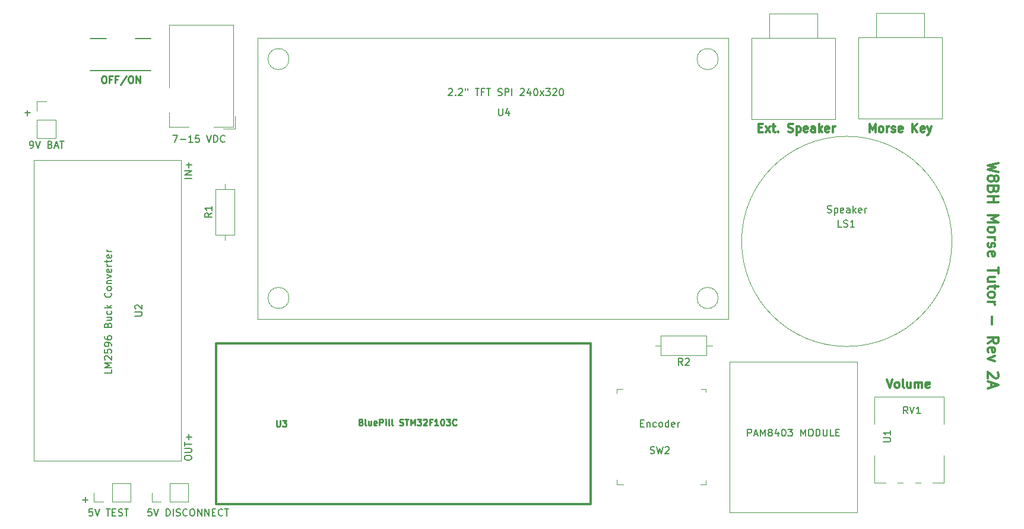
<source format=gbr>
G04 #@! TF.GenerationSoftware,KiCad,Pcbnew,(5.1.4)-1*
G04 #@! TF.CreationDate,2019-10-03T04:56:42-04:00*
G04 #@! TF.ProjectId,MorseTutor1,4d6f7273-6554-4757-946f-72312e6b6963,rev?*
G04 #@! TF.SameCoordinates,Original*
G04 #@! TF.FileFunction,Legend,Top*
G04 #@! TF.FilePolarity,Positive*
%FSLAX46Y46*%
G04 Gerber Fmt 4.6, Leading zero omitted, Abs format (unit mm)*
G04 Created by KiCad (PCBNEW (5.1.4)-1) date 2019-10-03 04:56:42*
%MOMM*%
%LPD*%
G04 APERTURE LIST*
%ADD10C,0.300000*%
%ADD11C,0.150000*%
%ADD12C,0.304800*%
%ADD13C,0.100000*%
%ADD14C,0.120000*%
%ADD15C,0.222250*%
%ADD16C,0.250000*%
G04 APERTURE END LIST*
D10*
X159385714Y-83842857D02*
X159785714Y-85042857D01*
X160185714Y-83842857D01*
X160757142Y-85042857D02*
X160642857Y-84985714D01*
X160585714Y-84928571D01*
X160528571Y-84814285D01*
X160528571Y-84471428D01*
X160585714Y-84357142D01*
X160642857Y-84300000D01*
X160757142Y-84242857D01*
X160928571Y-84242857D01*
X161042857Y-84300000D01*
X161100000Y-84357142D01*
X161157142Y-84471428D01*
X161157142Y-84814285D01*
X161100000Y-84928571D01*
X161042857Y-84985714D01*
X160928571Y-85042857D01*
X160757142Y-85042857D01*
X161842857Y-85042857D02*
X161728571Y-84985714D01*
X161671428Y-84871428D01*
X161671428Y-83842857D01*
X162814285Y-84242857D02*
X162814285Y-85042857D01*
X162300000Y-84242857D02*
X162300000Y-84871428D01*
X162357142Y-84985714D01*
X162471428Y-85042857D01*
X162642857Y-85042857D01*
X162757142Y-84985714D01*
X162814285Y-84928571D01*
X163385714Y-85042857D02*
X163385714Y-84242857D01*
X163385714Y-84357142D02*
X163442857Y-84300000D01*
X163557142Y-84242857D01*
X163728571Y-84242857D01*
X163842857Y-84300000D01*
X163900000Y-84414285D01*
X163900000Y-85042857D01*
X163900000Y-84414285D02*
X163957142Y-84300000D01*
X164071428Y-84242857D01*
X164242857Y-84242857D01*
X164357142Y-84300000D01*
X164414285Y-84414285D01*
X164414285Y-85042857D01*
X165442857Y-84985714D02*
X165328571Y-85042857D01*
X165100000Y-85042857D01*
X164985714Y-84985714D01*
X164928571Y-84871428D01*
X164928571Y-84414285D01*
X164985714Y-84300000D01*
X165100000Y-84242857D01*
X165328571Y-84242857D01*
X165442857Y-84300000D01*
X165500000Y-84414285D01*
X165500000Y-84528571D01*
X164928571Y-84642857D01*
X175321428Y-52928571D02*
X173821428Y-53285714D01*
X174892857Y-53571428D01*
X173821428Y-53857142D01*
X175321428Y-54214285D01*
X174678571Y-55000000D02*
X174750000Y-54857142D01*
X174821428Y-54785714D01*
X174964285Y-54714285D01*
X175035714Y-54714285D01*
X175178571Y-54785714D01*
X175250000Y-54857142D01*
X175321428Y-55000000D01*
X175321428Y-55285714D01*
X175250000Y-55428571D01*
X175178571Y-55500000D01*
X175035714Y-55571428D01*
X174964285Y-55571428D01*
X174821428Y-55500000D01*
X174750000Y-55428571D01*
X174678571Y-55285714D01*
X174678571Y-55000000D01*
X174607142Y-54857142D01*
X174535714Y-54785714D01*
X174392857Y-54714285D01*
X174107142Y-54714285D01*
X173964285Y-54785714D01*
X173892857Y-54857142D01*
X173821428Y-55000000D01*
X173821428Y-55285714D01*
X173892857Y-55428571D01*
X173964285Y-55500000D01*
X174107142Y-55571428D01*
X174392857Y-55571428D01*
X174535714Y-55500000D01*
X174607142Y-55428571D01*
X174678571Y-55285714D01*
X174607142Y-56714285D02*
X174535714Y-56928571D01*
X174464285Y-57000000D01*
X174321428Y-57071428D01*
X174107142Y-57071428D01*
X173964285Y-57000000D01*
X173892857Y-56928571D01*
X173821428Y-56785714D01*
X173821428Y-56214285D01*
X175321428Y-56214285D01*
X175321428Y-56714285D01*
X175250000Y-56857142D01*
X175178571Y-56928571D01*
X175035714Y-57000000D01*
X174892857Y-57000000D01*
X174750000Y-56928571D01*
X174678571Y-56857142D01*
X174607142Y-56714285D01*
X174607142Y-56214285D01*
X173821428Y-57714285D02*
X175321428Y-57714285D01*
X174607142Y-57714285D02*
X174607142Y-58571428D01*
X173821428Y-58571428D02*
X175321428Y-58571428D01*
X173821428Y-60428571D02*
X175321428Y-60428571D01*
X174250000Y-60928571D01*
X175321428Y-61428571D01*
X173821428Y-61428571D01*
X173821428Y-62357142D02*
X173892857Y-62214285D01*
X173964285Y-62142857D01*
X174107142Y-62071428D01*
X174535714Y-62071428D01*
X174678571Y-62142857D01*
X174750000Y-62214285D01*
X174821428Y-62357142D01*
X174821428Y-62571428D01*
X174750000Y-62714285D01*
X174678571Y-62785714D01*
X174535714Y-62857142D01*
X174107142Y-62857142D01*
X173964285Y-62785714D01*
X173892857Y-62714285D01*
X173821428Y-62571428D01*
X173821428Y-62357142D01*
X173821428Y-63500000D02*
X174821428Y-63500000D01*
X174535714Y-63500000D02*
X174678571Y-63571428D01*
X174750000Y-63642857D01*
X174821428Y-63785714D01*
X174821428Y-63928571D01*
X173892857Y-64357142D02*
X173821428Y-64500000D01*
X173821428Y-64785714D01*
X173892857Y-64928571D01*
X174035714Y-65000000D01*
X174107142Y-65000000D01*
X174250000Y-64928571D01*
X174321428Y-64785714D01*
X174321428Y-64571428D01*
X174392857Y-64428571D01*
X174535714Y-64357142D01*
X174607142Y-64357142D01*
X174750000Y-64428571D01*
X174821428Y-64571428D01*
X174821428Y-64785714D01*
X174750000Y-64928571D01*
X173892857Y-66214285D02*
X173821428Y-66071428D01*
X173821428Y-65785714D01*
X173892857Y-65642857D01*
X174035714Y-65571428D01*
X174607142Y-65571428D01*
X174750000Y-65642857D01*
X174821428Y-65785714D01*
X174821428Y-66071428D01*
X174750000Y-66214285D01*
X174607142Y-66285714D01*
X174464285Y-66285714D01*
X174321428Y-65571428D01*
X175321428Y-67857142D02*
X175321428Y-68714285D01*
X173821428Y-68285714D02*
X175321428Y-68285714D01*
X174821428Y-69857142D02*
X173821428Y-69857142D01*
X174821428Y-69214285D02*
X174035714Y-69214285D01*
X173892857Y-69285714D01*
X173821428Y-69428571D01*
X173821428Y-69642857D01*
X173892857Y-69785714D01*
X173964285Y-69857142D01*
X174821428Y-70357142D02*
X174821428Y-70928571D01*
X175321428Y-70571428D02*
X174035714Y-70571428D01*
X173892857Y-70642857D01*
X173821428Y-70785714D01*
X173821428Y-70928571D01*
X173821428Y-71642857D02*
X173892857Y-71500000D01*
X173964285Y-71428571D01*
X174107142Y-71357142D01*
X174535714Y-71357142D01*
X174678571Y-71428571D01*
X174750000Y-71500000D01*
X174821428Y-71642857D01*
X174821428Y-71857142D01*
X174750000Y-72000000D01*
X174678571Y-72071428D01*
X174535714Y-72142857D01*
X174107142Y-72142857D01*
X173964285Y-72071428D01*
X173892857Y-72000000D01*
X173821428Y-71857142D01*
X173821428Y-71642857D01*
X173821428Y-72785714D02*
X174821428Y-72785714D01*
X174535714Y-72785714D02*
X174678571Y-72857142D01*
X174750000Y-72928571D01*
X174821428Y-73071428D01*
X174821428Y-73214285D01*
X174392857Y-74857142D02*
X174392857Y-76000000D01*
X173821428Y-78714285D02*
X174535714Y-78214285D01*
X173821428Y-77857142D02*
X175321428Y-77857142D01*
X175321428Y-78428571D01*
X175250000Y-78571428D01*
X175178571Y-78642857D01*
X175035714Y-78714285D01*
X174821428Y-78714285D01*
X174678571Y-78642857D01*
X174607142Y-78571428D01*
X174535714Y-78428571D01*
X174535714Y-77857142D01*
X173892857Y-79928571D02*
X173821428Y-79785714D01*
X173821428Y-79500000D01*
X173892857Y-79357142D01*
X174035714Y-79285714D01*
X174607142Y-79285714D01*
X174750000Y-79357142D01*
X174821428Y-79500000D01*
X174821428Y-79785714D01*
X174750000Y-79928571D01*
X174607142Y-80000000D01*
X174464285Y-80000000D01*
X174321428Y-79285714D01*
X174821428Y-80500000D02*
X173821428Y-80857142D01*
X174821428Y-81214285D01*
X175178571Y-82857142D02*
X175250000Y-82928571D01*
X175321428Y-83071428D01*
X175321428Y-83428571D01*
X175250000Y-83571428D01*
X175178571Y-83642857D01*
X175035714Y-83714285D01*
X174892857Y-83714285D01*
X174678571Y-83642857D01*
X173821428Y-82785714D01*
X173821428Y-83714285D01*
X174250000Y-84285714D02*
X174250000Y-85000000D01*
X173821428Y-84142857D02*
X175321428Y-84642857D01*
X173821428Y-85142857D01*
D11*
X45465952Y-101036428D02*
X44704047Y-101036428D01*
X45085000Y-101417380D02*
X45085000Y-100655476D01*
X37210952Y-45791428D02*
X36449047Y-45791428D01*
X36830000Y-46172380D02*
X36830000Y-45410476D01*
D12*
X117140000Y-78660000D02*
X117140000Y-101660000D01*
X63740000Y-78660000D02*
X117140000Y-78660000D01*
X63740000Y-101660000D02*
X63740000Y-78660000D01*
X117140000Y-101660000D02*
X63740000Y-101660000D01*
D13*
X142650000Y-31600000D02*
X142650000Y-35100000D01*
X149450000Y-31600000D02*
X142650000Y-31600000D01*
X149450000Y-35100000D02*
X149450000Y-31600000D01*
X140050000Y-46700000D02*
X140050000Y-35100000D01*
X152050000Y-46700000D02*
X140050000Y-46700000D01*
X152050000Y-35100000D02*
X152050000Y-46700000D01*
X152050000Y-35100000D02*
X140050000Y-35100000D01*
X157890000Y-31500000D02*
X157890000Y-35000000D01*
X164690000Y-31500000D02*
X157890000Y-31500000D01*
X164690000Y-35000000D02*
X164690000Y-31500000D01*
X155290000Y-46600000D02*
X155290000Y-35000000D01*
X167290000Y-46600000D02*
X155290000Y-46600000D01*
X167290000Y-35000000D02*
X167290000Y-46600000D01*
X167290000Y-35000000D02*
X155290000Y-35000000D01*
X155150000Y-102825000D02*
X136950000Y-102825000D01*
X155150000Y-81325000D02*
X155150000Y-102825000D01*
X136950000Y-81325000D02*
X155150000Y-81325000D01*
X136950000Y-102825000D02*
X136950000Y-81325000D01*
D14*
X56995000Y-42190000D02*
X56995000Y-33190000D01*
X56995000Y-33190000D02*
X66195000Y-33190000D01*
X66195000Y-33190000D02*
X66195000Y-47790000D01*
X66195000Y-47790000D02*
X63395000Y-47790000D01*
X59795000Y-47790000D02*
X56995000Y-47790000D01*
X56995000Y-47790000D02*
X56995000Y-45790000D01*
X66435000Y-46290000D02*
X66435000Y-48030000D01*
X66435000Y-48030000D02*
X64695000Y-48030000D01*
X63630000Y-63190000D02*
X66370000Y-63190000D01*
X66370000Y-63190000D02*
X66370000Y-56650000D01*
X66370000Y-56650000D02*
X63630000Y-56650000D01*
X63630000Y-56650000D02*
X63630000Y-63190000D01*
X65000000Y-63960000D02*
X65000000Y-63190000D01*
X65000000Y-55880000D02*
X65000000Y-56650000D01*
X126380000Y-79000000D02*
X127150000Y-79000000D01*
X134460000Y-79000000D02*
X133690000Y-79000000D01*
X127150000Y-80370000D02*
X133690000Y-80370000D01*
X127150000Y-77630000D02*
X127150000Y-80370000D01*
X133690000Y-77630000D02*
X127150000Y-77630000D01*
X133690000Y-80370000D02*
X133690000Y-77630000D01*
D11*
X54370000Y-39765000D02*
X45770000Y-39765000D01*
X54370000Y-35165000D02*
X52170000Y-35165000D01*
X48070000Y-35165000D02*
X45770000Y-35165000D01*
D14*
X46295000Y-101330000D02*
X46295000Y-100000000D01*
X47625000Y-101330000D02*
X46295000Y-101330000D01*
X48895000Y-101330000D02*
X48895000Y-98670000D01*
X48895000Y-98670000D02*
X51495000Y-98670000D01*
X48895000Y-101330000D02*
X51495000Y-101330000D01*
X51495000Y-101330000D02*
X51495000Y-98670000D01*
X59750000Y-101330000D02*
X59750000Y-98670000D01*
X57150000Y-101330000D02*
X59750000Y-101330000D01*
X57150000Y-98670000D02*
X59750000Y-98670000D01*
X57150000Y-101330000D02*
X57150000Y-98670000D01*
X55880000Y-101330000D02*
X54550000Y-101330000D01*
X54550000Y-101330000D02*
X54550000Y-100000000D01*
X38170000Y-49370000D02*
X40830000Y-49370000D01*
X38170000Y-46770000D02*
X38170000Y-49370000D01*
X40830000Y-46770000D02*
X40830000Y-49370000D01*
X38170000Y-46770000D02*
X40830000Y-46770000D01*
X38170000Y-45500000D02*
X38170000Y-44170000D01*
X38170000Y-44170000D02*
X39500000Y-44170000D01*
D13*
X121775000Y-98825000D02*
X120825000Y-98825000D01*
X120825000Y-98825000D02*
X120825000Y-98150000D01*
X121675000Y-85175000D02*
X120825000Y-85175000D01*
X120825000Y-85175000D02*
X120825000Y-85850000D01*
X133575000Y-98250000D02*
X133575000Y-98825000D01*
X133575000Y-98825000D02*
X132775000Y-98825000D01*
X132875000Y-85175000D02*
X133575000Y-85175000D01*
X133575000Y-85175000D02*
X133575000Y-85675000D01*
X168670000Y-64135000D02*
G75*
G03X168670000Y-64135000I-15000000J0D01*
G01*
X58760000Y-52500000D02*
X58760000Y-95500000D01*
X58760000Y-95500000D02*
X37760000Y-95500000D01*
X37760000Y-95500000D02*
X37760000Y-52500000D01*
X37760000Y-52500000D02*
X58760000Y-52500000D01*
X69620000Y-35110000D02*
X136820000Y-35110000D01*
X136820000Y-35110000D02*
X136820000Y-75210000D01*
X136820000Y-75210000D02*
X69620000Y-75210000D01*
X69620000Y-75210000D02*
X69620000Y-35110000D01*
X74120000Y-38110000D02*
G75*
G03X74120000Y-38110000I-1500000J0D01*
G01*
X74120000Y-72210000D02*
G75*
G03X74120000Y-72210000I-1500000J0D01*
G01*
X135320000Y-38110000D02*
G75*
G03X135320000Y-38110000I-1500000J0D01*
G01*
X135320000Y-72210000D02*
G75*
G03X135320000Y-72210000I-1500000J0D01*
G01*
D14*
X157590000Y-98595000D02*
X157590000Y-94730000D01*
X157590000Y-90220000D02*
X157590000Y-86355000D01*
X167530000Y-98595000D02*
X167530000Y-94730000D01*
X167530000Y-90220000D02*
X167530000Y-86355000D01*
X157590000Y-98595000D02*
X159189000Y-98595000D01*
X160931000Y-98595000D02*
X161690000Y-98595000D01*
X163431000Y-98595000D02*
X164190000Y-98595000D01*
X165930000Y-98595000D02*
X167530000Y-98595000D01*
X157590000Y-86355000D02*
X167530000Y-86355000D01*
D11*
D15*
X72347666Y-89683166D02*
X72347666Y-90402833D01*
X72390000Y-90487500D01*
X72432333Y-90529833D01*
X72517000Y-90572166D01*
X72686333Y-90572166D01*
X72771000Y-90529833D01*
X72813333Y-90487500D01*
X72855666Y-90402833D01*
X72855666Y-89683166D01*
X73194333Y-89683166D02*
X73744666Y-89683166D01*
X73448333Y-90021833D01*
X73575333Y-90021833D01*
X73660000Y-90064166D01*
X73702333Y-90106500D01*
X73744666Y-90191166D01*
X73744666Y-90402833D01*
X73702333Y-90487500D01*
X73660000Y-90529833D01*
X73575333Y-90572166D01*
X73321333Y-90572166D01*
X73236666Y-90529833D01*
X73194333Y-90487500D01*
D12*
D15*
X84374833Y-89936500D02*
X84501833Y-89978833D01*
X84544166Y-90021166D01*
X84586500Y-90105833D01*
X84586500Y-90232833D01*
X84544166Y-90317500D01*
X84501833Y-90359833D01*
X84417166Y-90402166D01*
X84078500Y-90402166D01*
X84078500Y-89513166D01*
X84374833Y-89513166D01*
X84459500Y-89555500D01*
X84501833Y-89597833D01*
X84544166Y-89682500D01*
X84544166Y-89767166D01*
X84501833Y-89851833D01*
X84459500Y-89894166D01*
X84374833Y-89936500D01*
X84078500Y-89936500D01*
X85094500Y-90402166D02*
X85009833Y-90359833D01*
X84967500Y-90275166D01*
X84967500Y-89513166D01*
X85814166Y-89809500D02*
X85814166Y-90402166D01*
X85433166Y-89809500D02*
X85433166Y-90275166D01*
X85475500Y-90359833D01*
X85560166Y-90402166D01*
X85687166Y-90402166D01*
X85771833Y-90359833D01*
X85814166Y-90317500D01*
X86576166Y-90359833D02*
X86491500Y-90402166D01*
X86322166Y-90402166D01*
X86237500Y-90359833D01*
X86195166Y-90275166D01*
X86195166Y-89936500D01*
X86237500Y-89851833D01*
X86322166Y-89809500D01*
X86491500Y-89809500D01*
X86576166Y-89851833D01*
X86618500Y-89936500D01*
X86618500Y-90021166D01*
X86195166Y-90105833D01*
X86999500Y-90402166D02*
X86999500Y-89513166D01*
X87338166Y-89513166D01*
X87422833Y-89555500D01*
X87465166Y-89597833D01*
X87507500Y-89682500D01*
X87507500Y-89809500D01*
X87465166Y-89894166D01*
X87422833Y-89936500D01*
X87338166Y-89978833D01*
X86999500Y-89978833D01*
X87888500Y-90402166D02*
X87888500Y-89809500D01*
X87888500Y-89513166D02*
X87846166Y-89555500D01*
X87888500Y-89597833D01*
X87930833Y-89555500D01*
X87888500Y-89513166D01*
X87888500Y-89597833D01*
X88438833Y-90402166D02*
X88354166Y-90359833D01*
X88311833Y-90275166D01*
X88311833Y-89513166D01*
X88904500Y-90402166D02*
X88819833Y-90359833D01*
X88777500Y-90275166D01*
X88777500Y-89513166D01*
X89878166Y-90359833D02*
X90005166Y-90402166D01*
X90216833Y-90402166D01*
X90301500Y-90359833D01*
X90343833Y-90317500D01*
X90386166Y-90232833D01*
X90386166Y-90148166D01*
X90343833Y-90063500D01*
X90301500Y-90021166D01*
X90216833Y-89978833D01*
X90047500Y-89936500D01*
X89962833Y-89894166D01*
X89920500Y-89851833D01*
X89878166Y-89767166D01*
X89878166Y-89682500D01*
X89920500Y-89597833D01*
X89962833Y-89555500D01*
X90047500Y-89513166D01*
X90259166Y-89513166D01*
X90386166Y-89555500D01*
X90640166Y-89513166D02*
X91148166Y-89513166D01*
X90894166Y-90402166D02*
X90894166Y-89513166D01*
X91444500Y-90402166D02*
X91444500Y-89513166D01*
X91740833Y-90148166D01*
X92037166Y-89513166D01*
X92037166Y-90402166D01*
X92375833Y-89513166D02*
X92926166Y-89513166D01*
X92629833Y-89851833D01*
X92756833Y-89851833D01*
X92841500Y-89894166D01*
X92883833Y-89936500D01*
X92926166Y-90021166D01*
X92926166Y-90232833D01*
X92883833Y-90317500D01*
X92841500Y-90359833D01*
X92756833Y-90402166D01*
X92502833Y-90402166D01*
X92418166Y-90359833D01*
X92375833Y-90317500D01*
X93264833Y-89597833D02*
X93307166Y-89555500D01*
X93391833Y-89513166D01*
X93603500Y-89513166D01*
X93688166Y-89555500D01*
X93730500Y-89597833D01*
X93772833Y-89682500D01*
X93772833Y-89767166D01*
X93730500Y-89894166D01*
X93222500Y-90402166D01*
X93772833Y-90402166D01*
X94450166Y-89936500D02*
X94153833Y-89936500D01*
X94153833Y-90402166D02*
X94153833Y-89513166D01*
X94577166Y-89513166D01*
X95381500Y-90402166D02*
X94873500Y-90402166D01*
X95127500Y-90402166D02*
X95127500Y-89513166D01*
X95042833Y-89640166D01*
X94958166Y-89724833D01*
X94873500Y-89767166D01*
X95931833Y-89513166D02*
X96016500Y-89513166D01*
X96101166Y-89555500D01*
X96143500Y-89597833D01*
X96185833Y-89682500D01*
X96228166Y-89851833D01*
X96228166Y-90063500D01*
X96185833Y-90232833D01*
X96143500Y-90317500D01*
X96101166Y-90359833D01*
X96016500Y-90402166D01*
X95931833Y-90402166D01*
X95847166Y-90359833D01*
X95804833Y-90317500D01*
X95762500Y-90232833D01*
X95720166Y-90063500D01*
X95720166Y-89851833D01*
X95762500Y-89682500D01*
X95804833Y-89597833D01*
X95847166Y-89555500D01*
X95931833Y-89513166D01*
X96524500Y-89513166D02*
X97074833Y-89513166D01*
X96778500Y-89851833D01*
X96905500Y-89851833D01*
X96990166Y-89894166D01*
X97032500Y-89936500D01*
X97074833Y-90021166D01*
X97074833Y-90232833D01*
X97032500Y-90317500D01*
X96990166Y-90359833D01*
X96905500Y-90402166D01*
X96651500Y-90402166D01*
X96566833Y-90359833D01*
X96524500Y-90317500D01*
X97963833Y-90317500D02*
X97921500Y-90359833D01*
X97794500Y-90402166D01*
X97709833Y-90402166D01*
X97582833Y-90359833D01*
X97498166Y-90275166D01*
X97455833Y-90190500D01*
X97413500Y-90021166D01*
X97413500Y-89894166D01*
X97455833Y-89724833D01*
X97498166Y-89640166D01*
X97582833Y-89555500D01*
X97709833Y-89513166D01*
X97794500Y-89513166D01*
X97921500Y-89555500D01*
X97963833Y-89597833D01*
D11*
D10*
X141128571Y-47914285D02*
X141528571Y-47914285D01*
X141700000Y-48542857D02*
X141128571Y-48542857D01*
X141128571Y-47342857D01*
X141700000Y-47342857D01*
X142100000Y-48542857D02*
X142728571Y-47742857D01*
X142100000Y-47742857D02*
X142728571Y-48542857D01*
X143014285Y-47742857D02*
X143471428Y-47742857D01*
X143185714Y-47342857D02*
X143185714Y-48371428D01*
X143242857Y-48485714D01*
X143357142Y-48542857D01*
X143471428Y-48542857D01*
X143871428Y-48428571D02*
X143928571Y-48485714D01*
X143871428Y-48542857D01*
X143814285Y-48485714D01*
X143871428Y-48428571D01*
X143871428Y-48542857D01*
X145300000Y-48485714D02*
X145471428Y-48542857D01*
X145757142Y-48542857D01*
X145871428Y-48485714D01*
X145928571Y-48428571D01*
X145985714Y-48314285D01*
X145985714Y-48200000D01*
X145928571Y-48085714D01*
X145871428Y-48028571D01*
X145757142Y-47971428D01*
X145528571Y-47914285D01*
X145414285Y-47857142D01*
X145357142Y-47800000D01*
X145300000Y-47685714D01*
X145300000Y-47571428D01*
X145357142Y-47457142D01*
X145414285Y-47400000D01*
X145528571Y-47342857D01*
X145814285Y-47342857D01*
X145985714Y-47400000D01*
X146500000Y-47742857D02*
X146500000Y-48942857D01*
X146500000Y-47800000D02*
X146614285Y-47742857D01*
X146842857Y-47742857D01*
X146957142Y-47800000D01*
X147014285Y-47857142D01*
X147071428Y-47971428D01*
X147071428Y-48314285D01*
X147014285Y-48428571D01*
X146957142Y-48485714D01*
X146842857Y-48542857D01*
X146614285Y-48542857D01*
X146500000Y-48485714D01*
X148042857Y-48485714D02*
X147928571Y-48542857D01*
X147700000Y-48542857D01*
X147585714Y-48485714D01*
X147528571Y-48371428D01*
X147528571Y-47914285D01*
X147585714Y-47800000D01*
X147700000Y-47742857D01*
X147928571Y-47742857D01*
X148042857Y-47800000D01*
X148100000Y-47914285D01*
X148100000Y-48028571D01*
X147528571Y-48142857D01*
X149128571Y-48542857D02*
X149128571Y-47914285D01*
X149071428Y-47800000D01*
X148957142Y-47742857D01*
X148728571Y-47742857D01*
X148614285Y-47800000D01*
X149128571Y-48485714D02*
X149014285Y-48542857D01*
X148728571Y-48542857D01*
X148614285Y-48485714D01*
X148557142Y-48371428D01*
X148557142Y-48257142D01*
X148614285Y-48142857D01*
X148728571Y-48085714D01*
X149014285Y-48085714D01*
X149128571Y-48028571D01*
X149700000Y-48542857D02*
X149700000Y-47342857D01*
X149814285Y-48085714D02*
X150157142Y-48542857D01*
X150157142Y-47742857D02*
X149700000Y-48200000D01*
X151128571Y-48485714D02*
X151014285Y-48542857D01*
X150785714Y-48542857D01*
X150671428Y-48485714D01*
X150614285Y-48371428D01*
X150614285Y-47914285D01*
X150671428Y-47800000D01*
X150785714Y-47742857D01*
X151014285Y-47742857D01*
X151128571Y-47800000D01*
X151185714Y-47914285D01*
X151185714Y-48028571D01*
X150614285Y-48142857D01*
X151700000Y-48542857D02*
X151700000Y-47742857D01*
X151700000Y-47971428D02*
X151757142Y-47857142D01*
X151814285Y-47800000D01*
X151928571Y-47742857D01*
X152042857Y-47742857D01*
X156947142Y-48542857D02*
X156947142Y-47342857D01*
X157347142Y-48200000D01*
X157747142Y-47342857D01*
X157747142Y-48542857D01*
X158490000Y-48542857D02*
X158375714Y-48485714D01*
X158318571Y-48428571D01*
X158261428Y-48314285D01*
X158261428Y-47971428D01*
X158318571Y-47857142D01*
X158375714Y-47800000D01*
X158490000Y-47742857D01*
X158661428Y-47742857D01*
X158775714Y-47800000D01*
X158832857Y-47857142D01*
X158890000Y-47971428D01*
X158890000Y-48314285D01*
X158832857Y-48428571D01*
X158775714Y-48485714D01*
X158661428Y-48542857D01*
X158490000Y-48542857D01*
X159404285Y-48542857D02*
X159404285Y-47742857D01*
X159404285Y-47971428D02*
X159461428Y-47857142D01*
X159518571Y-47800000D01*
X159632857Y-47742857D01*
X159747142Y-47742857D01*
X160090000Y-48485714D02*
X160204285Y-48542857D01*
X160432857Y-48542857D01*
X160547142Y-48485714D01*
X160604285Y-48371428D01*
X160604285Y-48314285D01*
X160547142Y-48200000D01*
X160432857Y-48142857D01*
X160261428Y-48142857D01*
X160147142Y-48085714D01*
X160090000Y-47971428D01*
X160090000Y-47914285D01*
X160147142Y-47800000D01*
X160261428Y-47742857D01*
X160432857Y-47742857D01*
X160547142Y-47800000D01*
X161575714Y-48485714D02*
X161461428Y-48542857D01*
X161232857Y-48542857D01*
X161118571Y-48485714D01*
X161061428Y-48371428D01*
X161061428Y-47914285D01*
X161118571Y-47800000D01*
X161232857Y-47742857D01*
X161461428Y-47742857D01*
X161575714Y-47800000D01*
X161632857Y-47914285D01*
X161632857Y-48028571D01*
X161061428Y-48142857D01*
X163061428Y-48542857D02*
X163061428Y-47342857D01*
X163747142Y-48542857D02*
X163232857Y-47857142D01*
X163747142Y-47342857D02*
X163061428Y-48028571D01*
X164718571Y-48485714D02*
X164604285Y-48542857D01*
X164375714Y-48542857D01*
X164261428Y-48485714D01*
X164204285Y-48371428D01*
X164204285Y-47914285D01*
X164261428Y-47800000D01*
X164375714Y-47742857D01*
X164604285Y-47742857D01*
X164718571Y-47800000D01*
X164775714Y-47914285D01*
X164775714Y-48028571D01*
X164204285Y-48142857D01*
X165175714Y-47742857D02*
X165461428Y-48542857D01*
X165747142Y-47742857D02*
X165461428Y-48542857D01*
X165347142Y-48828571D01*
X165290000Y-48885714D01*
X165175714Y-48942857D01*
D11*
X158902380Y-92736904D02*
X159711904Y-92736904D01*
X159807142Y-92689285D01*
X159854761Y-92641666D01*
X159902380Y-92546428D01*
X159902380Y-92355952D01*
X159854761Y-92260714D01*
X159807142Y-92213095D01*
X159711904Y-92165476D01*
X158902380Y-92165476D01*
X159902380Y-91165476D02*
X159902380Y-91736904D01*
X159902380Y-91451190D02*
X158902380Y-91451190D01*
X159045238Y-91546428D01*
X159140476Y-91641666D01*
X159188095Y-91736904D01*
X139526190Y-91937380D02*
X139526190Y-90937380D01*
X139907142Y-90937380D01*
X140002380Y-90985000D01*
X140050000Y-91032619D01*
X140097619Y-91127857D01*
X140097619Y-91270714D01*
X140050000Y-91365952D01*
X140002380Y-91413571D01*
X139907142Y-91461190D01*
X139526190Y-91461190D01*
X140478571Y-91651666D02*
X140954761Y-91651666D01*
X140383333Y-91937380D02*
X140716666Y-90937380D01*
X141050000Y-91937380D01*
X141383333Y-91937380D02*
X141383333Y-90937380D01*
X141716666Y-91651666D01*
X142050000Y-90937380D01*
X142050000Y-91937380D01*
X142669047Y-91365952D02*
X142573809Y-91318333D01*
X142526190Y-91270714D01*
X142478571Y-91175476D01*
X142478571Y-91127857D01*
X142526190Y-91032619D01*
X142573809Y-90985000D01*
X142669047Y-90937380D01*
X142859523Y-90937380D01*
X142954761Y-90985000D01*
X143002380Y-91032619D01*
X143050000Y-91127857D01*
X143050000Y-91175476D01*
X143002380Y-91270714D01*
X142954761Y-91318333D01*
X142859523Y-91365952D01*
X142669047Y-91365952D01*
X142573809Y-91413571D01*
X142526190Y-91461190D01*
X142478571Y-91556428D01*
X142478571Y-91746904D01*
X142526190Y-91842142D01*
X142573809Y-91889761D01*
X142669047Y-91937380D01*
X142859523Y-91937380D01*
X142954761Y-91889761D01*
X143002380Y-91842142D01*
X143050000Y-91746904D01*
X143050000Y-91556428D01*
X143002380Y-91461190D01*
X142954761Y-91413571D01*
X142859523Y-91365952D01*
X143907142Y-91270714D02*
X143907142Y-91937380D01*
X143669047Y-90889761D02*
X143430952Y-91604047D01*
X144050000Y-91604047D01*
X144621428Y-90937380D02*
X144716666Y-90937380D01*
X144811904Y-90985000D01*
X144859523Y-91032619D01*
X144907142Y-91127857D01*
X144954761Y-91318333D01*
X144954761Y-91556428D01*
X144907142Y-91746904D01*
X144859523Y-91842142D01*
X144811904Y-91889761D01*
X144716666Y-91937380D01*
X144621428Y-91937380D01*
X144526190Y-91889761D01*
X144478571Y-91842142D01*
X144430952Y-91746904D01*
X144383333Y-91556428D01*
X144383333Y-91318333D01*
X144430952Y-91127857D01*
X144478571Y-91032619D01*
X144526190Y-90985000D01*
X144621428Y-90937380D01*
X145288095Y-90937380D02*
X145907142Y-90937380D01*
X145573809Y-91318333D01*
X145716666Y-91318333D01*
X145811904Y-91365952D01*
X145859523Y-91413571D01*
X145907142Y-91508809D01*
X145907142Y-91746904D01*
X145859523Y-91842142D01*
X145811904Y-91889761D01*
X145716666Y-91937380D01*
X145430952Y-91937380D01*
X145335714Y-91889761D01*
X145288095Y-91842142D01*
X147097619Y-91937380D02*
X147097619Y-90937380D01*
X147430952Y-91651666D01*
X147764285Y-90937380D01*
X147764285Y-91937380D01*
X148430952Y-90937380D02*
X148621428Y-90937380D01*
X148716666Y-90985000D01*
X148811904Y-91080238D01*
X148859523Y-91270714D01*
X148859523Y-91604047D01*
X148811904Y-91794523D01*
X148716666Y-91889761D01*
X148621428Y-91937380D01*
X148430952Y-91937380D01*
X148335714Y-91889761D01*
X148240476Y-91794523D01*
X148192857Y-91604047D01*
X148192857Y-91270714D01*
X148240476Y-91080238D01*
X148335714Y-90985000D01*
X148430952Y-90937380D01*
X149288095Y-91937380D02*
X149288095Y-90937380D01*
X149526190Y-90937380D01*
X149669047Y-90985000D01*
X149764285Y-91080238D01*
X149811904Y-91175476D01*
X149859523Y-91365952D01*
X149859523Y-91508809D01*
X149811904Y-91699285D01*
X149764285Y-91794523D01*
X149669047Y-91889761D01*
X149526190Y-91937380D01*
X149288095Y-91937380D01*
X150288095Y-90937380D02*
X150288095Y-91746904D01*
X150335714Y-91842142D01*
X150383333Y-91889761D01*
X150478571Y-91937380D01*
X150669047Y-91937380D01*
X150764285Y-91889761D01*
X150811904Y-91842142D01*
X150859523Y-91746904D01*
X150859523Y-90937380D01*
X151811904Y-91937380D02*
X151335714Y-91937380D01*
X151335714Y-90937380D01*
X152145238Y-91413571D02*
X152478571Y-91413571D01*
X152621428Y-91937380D02*
X152145238Y-91937380D01*
X152145238Y-90937380D01*
X152621428Y-90937380D01*
X57570714Y-48982380D02*
X58237380Y-48982380D01*
X57808809Y-49982380D01*
X58618333Y-49601428D02*
X59380238Y-49601428D01*
X60380238Y-49982380D02*
X59808809Y-49982380D01*
X60094523Y-49982380D02*
X60094523Y-48982380D01*
X59999285Y-49125238D01*
X59904047Y-49220476D01*
X59808809Y-49268095D01*
X61285000Y-48982380D02*
X60808809Y-48982380D01*
X60761190Y-49458571D01*
X60808809Y-49410952D01*
X60904047Y-49363333D01*
X61142142Y-49363333D01*
X61237380Y-49410952D01*
X61285000Y-49458571D01*
X61332619Y-49553809D01*
X61332619Y-49791904D01*
X61285000Y-49887142D01*
X61237380Y-49934761D01*
X61142142Y-49982380D01*
X60904047Y-49982380D01*
X60808809Y-49934761D01*
X60761190Y-49887142D01*
X62380238Y-48982380D02*
X62713571Y-49982380D01*
X63046904Y-48982380D01*
X63380238Y-49982380D02*
X63380238Y-48982380D01*
X63618333Y-48982380D01*
X63761190Y-49030000D01*
X63856428Y-49125238D01*
X63904047Y-49220476D01*
X63951666Y-49410952D01*
X63951666Y-49553809D01*
X63904047Y-49744285D01*
X63856428Y-49839523D01*
X63761190Y-49934761D01*
X63618333Y-49982380D01*
X63380238Y-49982380D01*
X64951666Y-49887142D02*
X64904047Y-49934761D01*
X64761190Y-49982380D01*
X64665952Y-49982380D01*
X64523095Y-49934761D01*
X64427857Y-49839523D01*
X64380238Y-49744285D01*
X64332619Y-49553809D01*
X64332619Y-49410952D01*
X64380238Y-49220476D01*
X64427857Y-49125238D01*
X64523095Y-49030000D01*
X64665952Y-48982380D01*
X64761190Y-48982380D01*
X64904047Y-49030000D01*
X64951666Y-49077619D01*
X63082380Y-60086666D02*
X62606190Y-60420000D01*
X63082380Y-60658095D02*
X62082380Y-60658095D01*
X62082380Y-60277142D01*
X62130000Y-60181904D01*
X62177619Y-60134285D01*
X62272857Y-60086666D01*
X62415714Y-60086666D01*
X62510952Y-60134285D01*
X62558571Y-60181904D01*
X62606190Y-60277142D01*
X62606190Y-60658095D01*
X63082380Y-59134285D02*
X63082380Y-59705714D01*
X63082380Y-59420000D02*
X62082380Y-59420000D01*
X62225238Y-59515238D01*
X62320476Y-59610476D01*
X62368095Y-59705714D01*
X130253333Y-81822380D02*
X129920000Y-81346190D01*
X129681904Y-81822380D02*
X129681904Y-80822380D01*
X130062857Y-80822380D01*
X130158095Y-80870000D01*
X130205714Y-80917619D01*
X130253333Y-81012857D01*
X130253333Y-81155714D01*
X130205714Y-81250952D01*
X130158095Y-81298571D01*
X130062857Y-81346190D01*
X129681904Y-81346190D01*
X130634285Y-80917619D02*
X130681904Y-80870000D01*
X130777142Y-80822380D01*
X131015238Y-80822380D01*
X131110476Y-80870000D01*
X131158095Y-80917619D01*
X131205714Y-81012857D01*
X131205714Y-81108095D01*
X131158095Y-81250952D01*
X130586666Y-81822380D01*
X131205714Y-81822380D01*
D16*
X47641190Y-40517380D02*
X47831666Y-40517380D01*
X47926904Y-40565000D01*
X48022142Y-40660238D01*
X48069761Y-40850714D01*
X48069761Y-41184047D01*
X48022142Y-41374523D01*
X47926904Y-41469761D01*
X47831666Y-41517380D01*
X47641190Y-41517380D01*
X47545952Y-41469761D01*
X47450714Y-41374523D01*
X47403095Y-41184047D01*
X47403095Y-40850714D01*
X47450714Y-40660238D01*
X47545952Y-40565000D01*
X47641190Y-40517380D01*
X48831666Y-40993571D02*
X48498333Y-40993571D01*
X48498333Y-41517380D02*
X48498333Y-40517380D01*
X48974523Y-40517380D01*
X49688809Y-40993571D02*
X49355476Y-40993571D01*
X49355476Y-41517380D02*
X49355476Y-40517380D01*
X49831666Y-40517380D01*
X50926904Y-40469761D02*
X50069761Y-41755476D01*
X51450714Y-40517380D02*
X51641190Y-40517380D01*
X51736428Y-40565000D01*
X51831666Y-40660238D01*
X51879285Y-40850714D01*
X51879285Y-41184047D01*
X51831666Y-41374523D01*
X51736428Y-41469761D01*
X51641190Y-41517380D01*
X51450714Y-41517380D01*
X51355476Y-41469761D01*
X51260238Y-41374523D01*
X51212619Y-41184047D01*
X51212619Y-40850714D01*
X51260238Y-40660238D01*
X51355476Y-40565000D01*
X51450714Y-40517380D01*
X52307857Y-41517380D02*
X52307857Y-40517380D01*
X52879285Y-41517380D01*
X52879285Y-40517380D01*
D11*
X46083095Y-102322380D02*
X45606904Y-102322380D01*
X45559285Y-102798571D01*
X45606904Y-102750952D01*
X45702142Y-102703333D01*
X45940238Y-102703333D01*
X46035476Y-102750952D01*
X46083095Y-102798571D01*
X46130714Y-102893809D01*
X46130714Y-103131904D01*
X46083095Y-103227142D01*
X46035476Y-103274761D01*
X45940238Y-103322380D01*
X45702142Y-103322380D01*
X45606904Y-103274761D01*
X45559285Y-103227142D01*
X46416428Y-102322380D02*
X46749761Y-103322380D01*
X47083095Y-102322380D01*
X48035476Y-102322380D02*
X48606904Y-102322380D01*
X48321190Y-103322380D02*
X48321190Y-102322380D01*
X48940238Y-102798571D02*
X49273571Y-102798571D01*
X49416428Y-103322380D02*
X48940238Y-103322380D01*
X48940238Y-102322380D01*
X49416428Y-102322380D01*
X49797380Y-103274761D02*
X49940238Y-103322380D01*
X50178333Y-103322380D01*
X50273571Y-103274761D01*
X50321190Y-103227142D01*
X50368809Y-103131904D01*
X50368809Y-103036666D01*
X50321190Y-102941428D01*
X50273571Y-102893809D01*
X50178333Y-102846190D01*
X49987857Y-102798571D01*
X49892619Y-102750952D01*
X49845000Y-102703333D01*
X49797380Y-102608095D01*
X49797380Y-102512857D01*
X49845000Y-102417619D01*
X49892619Y-102370000D01*
X49987857Y-102322380D01*
X50225952Y-102322380D01*
X50368809Y-102370000D01*
X50654523Y-102322380D02*
X51225952Y-102322380D01*
X50940238Y-103322380D02*
X50940238Y-102322380D01*
X54499523Y-102322380D02*
X54023333Y-102322380D01*
X53975714Y-102798571D01*
X54023333Y-102750952D01*
X54118571Y-102703333D01*
X54356666Y-102703333D01*
X54451904Y-102750952D01*
X54499523Y-102798571D01*
X54547142Y-102893809D01*
X54547142Y-103131904D01*
X54499523Y-103227142D01*
X54451904Y-103274761D01*
X54356666Y-103322380D01*
X54118571Y-103322380D01*
X54023333Y-103274761D01*
X53975714Y-103227142D01*
X54832857Y-102322380D02*
X55166190Y-103322380D01*
X55499523Y-102322380D01*
X56594761Y-103322380D02*
X56594761Y-102322380D01*
X56832857Y-102322380D01*
X56975714Y-102370000D01*
X57070952Y-102465238D01*
X57118571Y-102560476D01*
X57166190Y-102750952D01*
X57166190Y-102893809D01*
X57118571Y-103084285D01*
X57070952Y-103179523D01*
X56975714Y-103274761D01*
X56832857Y-103322380D01*
X56594761Y-103322380D01*
X57594761Y-103322380D02*
X57594761Y-102322380D01*
X58023333Y-103274761D02*
X58166190Y-103322380D01*
X58404285Y-103322380D01*
X58499523Y-103274761D01*
X58547142Y-103227142D01*
X58594761Y-103131904D01*
X58594761Y-103036666D01*
X58547142Y-102941428D01*
X58499523Y-102893809D01*
X58404285Y-102846190D01*
X58213809Y-102798571D01*
X58118571Y-102750952D01*
X58070952Y-102703333D01*
X58023333Y-102608095D01*
X58023333Y-102512857D01*
X58070952Y-102417619D01*
X58118571Y-102370000D01*
X58213809Y-102322380D01*
X58451904Y-102322380D01*
X58594761Y-102370000D01*
X59594761Y-103227142D02*
X59547142Y-103274761D01*
X59404285Y-103322380D01*
X59309047Y-103322380D01*
X59166190Y-103274761D01*
X59070952Y-103179523D01*
X59023333Y-103084285D01*
X58975714Y-102893809D01*
X58975714Y-102750952D01*
X59023333Y-102560476D01*
X59070952Y-102465238D01*
X59166190Y-102370000D01*
X59309047Y-102322380D01*
X59404285Y-102322380D01*
X59547142Y-102370000D01*
X59594761Y-102417619D01*
X60213809Y-102322380D02*
X60404285Y-102322380D01*
X60499523Y-102370000D01*
X60594761Y-102465238D01*
X60642380Y-102655714D01*
X60642380Y-102989047D01*
X60594761Y-103179523D01*
X60499523Y-103274761D01*
X60404285Y-103322380D01*
X60213809Y-103322380D01*
X60118571Y-103274761D01*
X60023333Y-103179523D01*
X59975714Y-102989047D01*
X59975714Y-102655714D01*
X60023333Y-102465238D01*
X60118571Y-102370000D01*
X60213809Y-102322380D01*
X61070952Y-103322380D02*
X61070952Y-102322380D01*
X61642380Y-103322380D01*
X61642380Y-102322380D01*
X62118571Y-103322380D02*
X62118571Y-102322380D01*
X62690000Y-103322380D01*
X62690000Y-102322380D01*
X63166190Y-102798571D02*
X63499523Y-102798571D01*
X63642380Y-103322380D02*
X63166190Y-103322380D01*
X63166190Y-102322380D01*
X63642380Y-102322380D01*
X64642380Y-103227142D02*
X64594761Y-103274761D01*
X64451904Y-103322380D01*
X64356666Y-103322380D01*
X64213809Y-103274761D01*
X64118571Y-103179523D01*
X64070952Y-103084285D01*
X64023333Y-102893809D01*
X64023333Y-102750952D01*
X64070952Y-102560476D01*
X64118571Y-102465238D01*
X64213809Y-102370000D01*
X64356666Y-102322380D01*
X64451904Y-102322380D01*
X64594761Y-102370000D01*
X64642380Y-102417619D01*
X64928095Y-102322380D02*
X65499523Y-102322380D01*
X65213809Y-103322380D02*
X65213809Y-102322380D01*
X37190476Y-50822380D02*
X37380952Y-50822380D01*
X37476190Y-50774761D01*
X37523809Y-50727142D01*
X37619047Y-50584285D01*
X37666666Y-50393809D01*
X37666666Y-50012857D01*
X37619047Y-49917619D01*
X37571428Y-49870000D01*
X37476190Y-49822380D01*
X37285714Y-49822380D01*
X37190476Y-49870000D01*
X37142857Y-49917619D01*
X37095238Y-50012857D01*
X37095238Y-50250952D01*
X37142857Y-50346190D01*
X37190476Y-50393809D01*
X37285714Y-50441428D01*
X37476190Y-50441428D01*
X37571428Y-50393809D01*
X37619047Y-50346190D01*
X37666666Y-50250952D01*
X37952380Y-49822380D02*
X38285714Y-50822380D01*
X38619047Y-49822380D01*
X40047619Y-50298571D02*
X40190476Y-50346190D01*
X40238095Y-50393809D01*
X40285714Y-50489047D01*
X40285714Y-50631904D01*
X40238095Y-50727142D01*
X40190476Y-50774761D01*
X40095238Y-50822380D01*
X39714285Y-50822380D01*
X39714285Y-49822380D01*
X40047619Y-49822380D01*
X40142857Y-49870000D01*
X40190476Y-49917619D01*
X40238095Y-50012857D01*
X40238095Y-50108095D01*
X40190476Y-50203333D01*
X40142857Y-50250952D01*
X40047619Y-50298571D01*
X39714285Y-50298571D01*
X40666666Y-50536666D02*
X41142857Y-50536666D01*
X40571428Y-50822380D02*
X40904761Y-49822380D01*
X41238095Y-50822380D01*
X41428571Y-49822380D02*
X42000000Y-49822380D01*
X41714285Y-50822380D02*
X41714285Y-49822380D01*
X125666666Y-94384761D02*
X125809523Y-94432380D01*
X126047619Y-94432380D01*
X126142857Y-94384761D01*
X126190476Y-94337142D01*
X126238095Y-94241904D01*
X126238095Y-94146666D01*
X126190476Y-94051428D01*
X126142857Y-94003809D01*
X126047619Y-93956190D01*
X125857142Y-93908571D01*
X125761904Y-93860952D01*
X125714285Y-93813333D01*
X125666666Y-93718095D01*
X125666666Y-93622857D01*
X125714285Y-93527619D01*
X125761904Y-93480000D01*
X125857142Y-93432380D01*
X126095238Y-93432380D01*
X126238095Y-93480000D01*
X126571428Y-93432380D02*
X126809523Y-94432380D01*
X127000000Y-93718095D01*
X127190476Y-94432380D01*
X127428571Y-93432380D01*
X127761904Y-93527619D02*
X127809523Y-93480000D01*
X127904761Y-93432380D01*
X128142857Y-93432380D01*
X128238095Y-93480000D01*
X128285714Y-93527619D01*
X128333333Y-93622857D01*
X128333333Y-93718095D01*
X128285714Y-93860952D01*
X127714285Y-94432380D01*
X128333333Y-94432380D01*
X124261904Y-90098571D02*
X124595238Y-90098571D01*
X124738095Y-90622380D02*
X124261904Y-90622380D01*
X124261904Y-89622380D01*
X124738095Y-89622380D01*
X125166666Y-89955714D02*
X125166666Y-90622380D01*
X125166666Y-90050952D02*
X125214285Y-90003333D01*
X125309523Y-89955714D01*
X125452380Y-89955714D01*
X125547619Y-90003333D01*
X125595238Y-90098571D01*
X125595238Y-90622380D01*
X126500000Y-90574761D02*
X126404761Y-90622380D01*
X126214285Y-90622380D01*
X126119047Y-90574761D01*
X126071428Y-90527142D01*
X126023809Y-90431904D01*
X126023809Y-90146190D01*
X126071428Y-90050952D01*
X126119047Y-90003333D01*
X126214285Y-89955714D01*
X126404761Y-89955714D01*
X126500000Y-90003333D01*
X127071428Y-90622380D02*
X126976190Y-90574761D01*
X126928571Y-90527142D01*
X126880952Y-90431904D01*
X126880952Y-90146190D01*
X126928571Y-90050952D01*
X126976190Y-90003333D01*
X127071428Y-89955714D01*
X127214285Y-89955714D01*
X127309523Y-90003333D01*
X127357142Y-90050952D01*
X127404761Y-90146190D01*
X127404761Y-90431904D01*
X127357142Y-90527142D01*
X127309523Y-90574761D01*
X127214285Y-90622380D01*
X127071428Y-90622380D01*
X128261904Y-90622380D02*
X128261904Y-89622380D01*
X128261904Y-90574761D02*
X128166666Y-90622380D01*
X127976190Y-90622380D01*
X127880952Y-90574761D01*
X127833333Y-90527142D01*
X127785714Y-90431904D01*
X127785714Y-90146190D01*
X127833333Y-90050952D01*
X127880952Y-90003333D01*
X127976190Y-89955714D01*
X128166666Y-89955714D01*
X128261904Y-90003333D01*
X129119047Y-90574761D02*
X129023809Y-90622380D01*
X128833333Y-90622380D01*
X128738095Y-90574761D01*
X128690476Y-90479523D01*
X128690476Y-90098571D01*
X128738095Y-90003333D01*
X128833333Y-89955714D01*
X129023809Y-89955714D01*
X129119047Y-90003333D01*
X129166666Y-90098571D01*
X129166666Y-90193809D01*
X128690476Y-90289047D01*
X129595238Y-90622380D02*
X129595238Y-89955714D01*
X129595238Y-90146190D02*
X129642857Y-90050952D01*
X129690476Y-90003333D01*
X129785714Y-89955714D01*
X129880952Y-89955714D01*
X152947142Y-62087380D02*
X152470952Y-62087380D01*
X152470952Y-61087380D01*
X153232857Y-62039761D02*
X153375714Y-62087380D01*
X153613809Y-62087380D01*
X153709047Y-62039761D01*
X153756666Y-61992142D01*
X153804285Y-61896904D01*
X153804285Y-61801666D01*
X153756666Y-61706428D01*
X153709047Y-61658809D01*
X153613809Y-61611190D01*
X153423333Y-61563571D01*
X153328095Y-61515952D01*
X153280476Y-61468333D01*
X153232857Y-61373095D01*
X153232857Y-61277857D01*
X153280476Y-61182619D01*
X153328095Y-61135000D01*
X153423333Y-61087380D01*
X153661428Y-61087380D01*
X153804285Y-61135000D01*
X154756666Y-62087380D02*
X154185238Y-62087380D01*
X154470952Y-62087380D02*
X154470952Y-61087380D01*
X154375714Y-61230238D01*
X154280476Y-61325476D01*
X154185238Y-61373095D01*
X150908095Y-59999761D02*
X151050952Y-60047380D01*
X151289047Y-60047380D01*
X151384285Y-59999761D01*
X151431904Y-59952142D01*
X151479523Y-59856904D01*
X151479523Y-59761666D01*
X151431904Y-59666428D01*
X151384285Y-59618809D01*
X151289047Y-59571190D01*
X151098571Y-59523571D01*
X151003333Y-59475952D01*
X150955714Y-59428333D01*
X150908095Y-59333095D01*
X150908095Y-59237857D01*
X150955714Y-59142619D01*
X151003333Y-59095000D01*
X151098571Y-59047380D01*
X151336666Y-59047380D01*
X151479523Y-59095000D01*
X151908095Y-59380714D02*
X151908095Y-60380714D01*
X151908095Y-59428333D02*
X152003333Y-59380714D01*
X152193809Y-59380714D01*
X152289047Y-59428333D01*
X152336666Y-59475952D01*
X152384285Y-59571190D01*
X152384285Y-59856904D01*
X152336666Y-59952142D01*
X152289047Y-59999761D01*
X152193809Y-60047380D01*
X152003333Y-60047380D01*
X151908095Y-59999761D01*
X153193809Y-59999761D02*
X153098571Y-60047380D01*
X152908095Y-60047380D01*
X152812857Y-59999761D01*
X152765238Y-59904523D01*
X152765238Y-59523571D01*
X152812857Y-59428333D01*
X152908095Y-59380714D01*
X153098571Y-59380714D01*
X153193809Y-59428333D01*
X153241428Y-59523571D01*
X153241428Y-59618809D01*
X152765238Y-59714047D01*
X154098571Y-60047380D02*
X154098571Y-59523571D01*
X154050952Y-59428333D01*
X153955714Y-59380714D01*
X153765238Y-59380714D01*
X153670000Y-59428333D01*
X154098571Y-59999761D02*
X154003333Y-60047380D01*
X153765238Y-60047380D01*
X153670000Y-59999761D01*
X153622380Y-59904523D01*
X153622380Y-59809285D01*
X153670000Y-59714047D01*
X153765238Y-59666428D01*
X154003333Y-59666428D01*
X154098571Y-59618809D01*
X154574761Y-60047380D02*
X154574761Y-59047380D01*
X154670000Y-59666428D02*
X154955714Y-60047380D01*
X154955714Y-59380714D02*
X154574761Y-59761666D01*
X155765238Y-59999761D02*
X155670000Y-60047380D01*
X155479523Y-60047380D01*
X155384285Y-59999761D01*
X155336666Y-59904523D01*
X155336666Y-59523571D01*
X155384285Y-59428333D01*
X155479523Y-59380714D01*
X155670000Y-59380714D01*
X155765238Y-59428333D01*
X155812857Y-59523571D01*
X155812857Y-59618809D01*
X155336666Y-59714047D01*
X156241428Y-60047380D02*
X156241428Y-59380714D01*
X156241428Y-59571190D02*
X156289047Y-59475952D01*
X156336666Y-59428333D01*
X156431904Y-59380714D01*
X156527142Y-59380714D01*
X52157380Y-74761904D02*
X52966904Y-74761904D01*
X53062142Y-74714285D01*
X53109761Y-74666666D01*
X53157380Y-74571428D01*
X53157380Y-74380952D01*
X53109761Y-74285714D01*
X53062142Y-74238095D01*
X52966904Y-74190476D01*
X52157380Y-74190476D01*
X52252619Y-73761904D02*
X52205000Y-73714285D01*
X52157380Y-73619047D01*
X52157380Y-73380952D01*
X52205000Y-73285714D01*
X52252619Y-73238095D01*
X52347857Y-73190476D01*
X52443095Y-73190476D01*
X52585952Y-73238095D01*
X53157380Y-73809523D01*
X53157380Y-73190476D01*
X60212380Y-55142857D02*
X59212380Y-55142857D01*
X60212380Y-54666666D02*
X59212380Y-54666666D01*
X60212380Y-54095238D01*
X59212380Y-54095238D01*
X59831428Y-53619047D02*
X59831428Y-52857142D01*
X60212380Y-53238095D02*
X59450476Y-53238095D01*
X59212380Y-95119047D02*
X59212380Y-94928571D01*
X59260000Y-94833333D01*
X59355238Y-94738095D01*
X59545714Y-94690476D01*
X59879047Y-94690476D01*
X60069523Y-94738095D01*
X60164761Y-94833333D01*
X60212380Y-94928571D01*
X60212380Y-95119047D01*
X60164761Y-95214285D01*
X60069523Y-95309523D01*
X59879047Y-95357142D01*
X59545714Y-95357142D01*
X59355238Y-95309523D01*
X59260000Y-95214285D01*
X59212380Y-95119047D01*
X59212380Y-94261904D02*
X60021904Y-94261904D01*
X60117142Y-94214285D01*
X60164761Y-94166666D01*
X60212380Y-94071428D01*
X60212380Y-93880952D01*
X60164761Y-93785714D01*
X60117142Y-93738095D01*
X60021904Y-93690476D01*
X59212380Y-93690476D01*
X59212380Y-93357142D02*
X59212380Y-92785714D01*
X60212380Y-93071428D02*
X59212380Y-93071428D01*
X59831428Y-92452380D02*
X59831428Y-91690476D01*
X60212380Y-92071428D02*
X59450476Y-92071428D01*
X48812380Y-82461904D02*
X48812380Y-82938095D01*
X47812380Y-82938095D01*
X48812380Y-82128571D02*
X47812380Y-82128571D01*
X48526666Y-81795238D01*
X47812380Y-81461904D01*
X48812380Y-81461904D01*
X47907619Y-81033333D02*
X47860000Y-80985714D01*
X47812380Y-80890476D01*
X47812380Y-80652380D01*
X47860000Y-80557142D01*
X47907619Y-80509523D01*
X48002857Y-80461904D01*
X48098095Y-80461904D01*
X48240952Y-80509523D01*
X48812380Y-81080952D01*
X48812380Y-80461904D01*
X47812380Y-79557142D02*
X47812380Y-80033333D01*
X48288571Y-80080952D01*
X48240952Y-80033333D01*
X48193333Y-79938095D01*
X48193333Y-79700000D01*
X48240952Y-79604761D01*
X48288571Y-79557142D01*
X48383809Y-79509523D01*
X48621904Y-79509523D01*
X48717142Y-79557142D01*
X48764761Y-79604761D01*
X48812380Y-79700000D01*
X48812380Y-79938095D01*
X48764761Y-80033333D01*
X48717142Y-80080952D01*
X48812380Y-79033333D02*
X48812380Y-78842857D01*
X48764761Y-78747619D01*
X48717142Y-78700000D01*
X48574285Y-78604761D01*
X48383809Y-78557142D01*
X48002857Y-78557142D01*
X47907619Y-78604761D01*
X47860000Y-78652380D01*
X47812380Y-78747619D01*
X47812380Y-78938095D01*
X47860000Y-79033333D01*
X47907619Y-79080952D01*
X48002857Y-79128571D01*
X48240952Y-79128571D01*
X48336190Y-79080952D01*
X48383809Y-79033333D01*
X48431428Y-78938095D01*
X48431428Y-78747619D01*
X48383809Y-78652380D01*
X48336190Y-78604761D01*
X48240952Y-78557142D01*
X47812380Y-77700000D02*
X47812380Y-77890476D01*
X47860000Y-77985714D01*
X47907619Y-78033333D01*
X48050476Y-78128571D01*
X48240952Y-78176190D01*
X48621904Y-78176190D01*
X48717142Y-78128571D01*
X48764761Y-78080952D01*
X48812380Y-77985714D01*
X48812380Y-77795238D01*
X48764761Y-77700000D01*
X48717142Y-77652380D01*
X48621904Y-77604761D01*
X48383809Y-77604761D01*
X48288571Y-77652380D01*
X48240952Y-77700000D01*
X48193333Y-77795238D01*
X48193333Y-77985714D01*
X48240952Y-78080952D01*
X48288571Y-78128571D01*
X48383809Y-78176190D01*
X48288571Y-76080952D02*
X48336190Y-75938095D01*
X48383809Y-75890476D01*
X48479047Y-75842857D01*
X48621904Y-75842857D01*
X48717142Y-75890476D01*
X48764761Y-75938095D01*
X48812380Y-76033333D01*
X48812380Y-76414285D01*
X47812380Y-76414285D01*
X47812380Y-76080952D01*
X47860000Y-75985714D01*
X47907619Y-75938095D01*
X48002857Y-75890476D01*
X48098095Y-75890476D01*
X48193333Y-75938095D01*
X48240952Y-75985714D01*
X48288571Y-76080952D01*
X48288571Y-76414285D01*
X48145714Y-74985714D02*
X48812380Y-74985714D01*
X48145714Y-75414285D02*
X48669523Y-75414285D01*
X48764761Y-75366666D01*
X48812380Y-75271428D01*
X48812380Y-75128571D01*
X48764761Y-75033333D01*
X48717142Y-74985714D01*
X48764761Y-74080952D02*
X48812380Y-74176190D01*
X48812380Y-74366666D01*
X48764761Y-74461904D01*
X48717142Y-74509523D01*
X48621904Y-74557142D01*
X48336190Y-74557142D01*
X48240952Y-74509523D01*
X48193333Y-74461904D01*
X48145714Y-74366666D01*
X48145714Y-74176190D01*
X48193333Y-74080952D01*
X48812380Y-73652380D02*
X47812380Y-73652380D01*
X48431428Y-73557142D02*
X48812380Y-73271428D01*
X48145714Y-73271428D02*
X48526666Y-73652380D01*
X48717142Y-71509523D02*
X48764761Y-71557142D01*
X48812380Y-71700000D01*
X48812380Y-71795238D01*
X48764761Y-71938095D01*
X48669523Y-72033333D01*
X48574285Y-72080952D01*
X48383809Y-72128571D01*
X48240952Y-72128571D01*
X48050476Y-72080952D01*
X47955238Y-72033333D01*
X47860000Y-71938095D01*
X47812380Y-71795238D01*
X47812380Y-71700000D01*
X47860000Y-71557142D01*
X47907619Y-71509523D01*
X48812380Y-70938095D02*
X48764761Y-71033333D01*
X48717142Y-71080952D01*
X48621904Y-71128571D01*
X48336190Y-71128571D01*
X48240952Y-71080952D01*
X48193333Y-71033333D01*
X48145714Y-70938095D01*
X48145714Y-70795238D01*
X48193333Y-70700000D01*
X48240952Y-70652380D01*
X48336190Y-70604761D01*
X48621904Y-70604761D01*
X48717142Y-70652380D01*
X48764761Y-70700000D01*
X48812380Y-70795238D01*
X48812380Y-70938095D01*
X48145714Y-70176190D02*
X48812380Y-70176190D01*
X48240952Y-70176190D02*
X48193333Y-70128571D01*
X48145714Y-70033333D01*
X48145714Y-69890476D01*
X48193333Y-69795238D01*
X48288571Y-69747619D01*
X48812380Y-69747619D01*
X48145714Y-69366666D02*
X48812380Y-69128571D01*
X48145714Y-68890476D01*
X48764761Y-68128571D02*
X48812380Y-68223809D01*
X48812380Y-68414285D01*
X48764761Y-68509523D01*
X48669523Y-68557142D01*
X48288571Y-68557142D01*
X48193333Y-68509523D01*
X48145714Y-68414285D01*
X48145714Y-68223809D01*
X48193333Y-68128571D01*
X48288571Y-68080952D01*
X48383809Y-68080952D01*
X48479047Y-68557142D01*
X48812380Y-67652380D02*
X48145714Y-67652380D01*
X48336190Y-67652380D02*
X48240952Y-67604761D01*
X48193333Y-67557142D01*
X48145714Y-67461904D01*
X48145714Y-67366666D01*
X48145714Y-67176190D02*
X48145714Y-66795238D01*
X47812380Y-67033333D02*
X48669523Y-67033333D01*
X48764761Y-66985714D01*
X48812380Y-66890476D01*
X48812380Y-66795238D01*
X48764761Y-66080952D02*
X48812380Y-66176190D01*
X48812380Y-66366666D01*
X48764761Y-66461904D01*
X48669523Y-66509523D01*
X48288571Y-66509523D01*
X48193333Y-66461904D01*
X48145714Y-66366666D01*
X48145714Y-66176190D01*
X48193333Y-66080952D01*
X48288571Y-66033333D01*
X48383809Y-66033333D01*
X48479047Y-66509523D01*
X48812380Y-65604761D02*
X48145714Y-65604761D01*
X48336190Y-65604761D02*
X48240952Y-65557142D01*
X48193333Y-65509523D01*
X48145714Y-65414285D01*
X48145714Y-65319047D01*
X104013095Y-45172380D02*
X104013095Y-45981904D01*
X104060714Y-46077142D01*
X104108333Y-46124761D01*
X104203571Y-46172380D01*
X104394047Y-46172380D01*
X104489285Y-46124761D01*
X104536904Y-46077142D01*
X104584523Y-45981904D01*
X104584523Y-45172380D01*
X105489285Y-45505714D02*
X105489285Y-46172380D01*
X105251190Y-45124761D02*
X105013095Y-45839047D01*
X105632142Y-45839047D01*
X96869523Y-42407619D02*
X96917142Y-42360000D01*
X97012380Y-42312380D01*
X97250476Y-42312380D01*
X97345714Y-42360000D01*
X97393333Y-42407619D01*
X97440952Y-42502857D01*
X97440952Y-42598095D01*
X97393333Y-42740952D01*
X96821904Y-43312380D01*
X97440952Y-43312380D01*
X97869523Y-43217142D02*
X97917142Y-43264761D01*
X97869523Y-43312380D01*
X97821904Y-43264761D01*
X97869523Y-43217142D01*
X97869523Y-43312380D01*
X98298095Y-42407619D02*
X98345714Y-42360000D01*
X98440952Y-42312380D01*
X98679047Y-42312380D01*
X98774285Y-42360000D01*
X98821904Y-42407619D01*
X98869523Y-42502857D01*
X98869523Y-42598095D01*
X98821904Y-42740952D01*
X98250476Y-43312380D01*
X98869523Y-43312380D01*
X99250476Y-42312380D02*
X99250476Y-42502857D01*
X99631428Y-42312380D02*
X99631428Y-42502857D01*
X100679047Y-42312380D02*
X101250476Y-42312380D01*
X100964761Y-43312380D02*
X100964761Y-42312380D01*
X101917142Y-42788571D02*
X101583809Y-42788571D01*
X101583809Y-43312380D02*
X101583809Y-42312380D01*
X102060000Y-42312380D01*
X102298095Y-42312380D02*
X102869523Y-42312380D01*
X102583809Y-43312380D02*
X102583809Y-42312380D01*
X103917142Y-43264761D02*
X104060000Y-43312380D01*
X104298095Y-43312380D01*
X104393333Y-43264761D01*
X104440952Y-43217142D01*
X104488571Y-43121904D01*
X104488571Y-43026666D01*
X104440952Y-42931428D01*
X104393333Y-42883809D01*
X104298095Y-42836190D01*
X104107619Y-42788571D01*
X104012380Y-42740952D01*
X103964761Y-42693333D01*
X103917142Y-42598095D01*
X103917142Y-42502857D01*
X103964761Y-42407619D01*
X104012380Y-42360000D01*
X104107619Y-42312380D01*
X104345714Y-42312380D01*
X104488571Y-42360000D01*
X104917142Y-43312380D02*
X104917142Y-42312380D01*
X105298095Y-42312380D01*
X105393333Y-42360000D01*
X105440952Y-42407619D01*
X105488571Y-42502857D01*
X105488571Y-42645714D01*
X105440952Y-42740952D01*
X105393333Y-42788571D01*
X105298095Y-42836190D01*
X104917142Y-42836190D01*
X105917142Y-43312380D02*
X105917142Y-42312380D01*
X107107619Y-42407619D02*
X107155238Y-42360000D01*
X107250476Y-42312380D01*
X107488571Y-42312380D01*
X107583809Y-42360000D01*
X107631428Y-42407619D01*
X107679047Y-42502857D01*
X107679047Y-42598095D01*
X107631428Y-42740952D01*
X107060000Y-43312380D01*
X107679047Y-43312380D01*
X108536190Y-42645714D02*
X108536190Y-43312380D01*
X108298095Y-42264761D02*
X108059999Y-42979047D01*
X108679047Y-42979047D01*
X109250476Y-42312380D02*
X109345714Y-42312380D01*
X109440952Y-42360000D01*
X109488571Y-42407619D01*
X109536190Y-42502857D01*
X109583809Y-42693333D01*
X109583809Y-42931428D01*
X109536190Y-43121904D01*
X109488571Y-43217142D01*
X109440952Y-43264761D01*
X109345714Y-43312380D01*
X109250476Y-43312380D01*
X109155238Y-43264761D01*
X109107619Y-43217142D01*
X109059999Y-43121904D01*
X109012380Y-42931428D01*
X109012380Y-42693333D01*
X109059999Y-42502857D01*
X109107619Y-42407619D01*
X109155238Y-42360000D01*
X109250476Y-42312380D01*
X109917142Y-43312380D02*
X110440952Y-42645714D01*
X109917142Y-42645714D02*
X110440952Y-43312380D01*
X110726666Y-42312380D02*
X111345714Y-42312380D01*
X111012380Y-42693333D01*
X111155238Y-42693333D01*
X111250476Y-42740952D01*
X111298095Y-42788571D01*
X111345714Y-42883809D01*
X111345714Y-43121904D01*
X111298095Y-43217142D01*
X111250476Y-43264761D01*
X111155238Y-43312380D01*
X110869523Y-43312380D01*
X110774285Y-43264761D01*
X110726666Y-43217142D01*
X111726666Y-42407619D02*
X111774285Y-42360000D01*
X111869523Y-42312380D01*
X112107619Y-42312380D01*
X112202857Y-42360000D01*
X112250476Y-42407619D01*
X112298095Y-42502857D01*
X112298095Y-42598095D01*
X112250476Y-42740952D01*
X111679047Y-43312380D01*
X112298095Y-43312380D01*
X112917142Y-42312380D02*
X113012380Y-42312380D01*
X113107619Y-42360000D01*
X113155238Y-42407619D01*
X113202857Y-42502857D01*
X113250476Y-42693333D01*
X113250476Y-42931428D01*
X113202857Y-43121904D01*
X113155238Y-43217142D01*
X113107619Y-43264761D01*
X113012380Y-43312380D01*
X112917142Y-43312380D01*
X112821904Y-43264761D01*
X112774285Y-43217142D01*
X112726666Y-43121904D01*
X112679047Y-42931428D01*
X112679047Y-42693333D01*
X112726666Y-42502857D01*
X112774285Y-42407619D01*
X112821904Y-42360000D01*
X112917142Y-42312380D01*
X162364761Y-88717380D02*
X162031428Y-88241190D01*
X161793333Y-88717380D02*
X161793333Y-87717380D01*
X162174285Y-87717380D01*
X162269523Y-87765000D01*
X162317142Y-87812619D01*
X162364761Y-87907857D01*
X162364761Y-88050714D01*
X162317142Y-88145952D01*
X162269523Y-88193571D01*
X162174285Y-88241190D01*
X161793333Y-88241190D01*
X162650476Y-87717380D02*
X162983809Y-88717380D01*
X163317142Y-87717380D01*
X164174285Y-88717380D02*
X163602857Y-88717380D01*
X163888571Y-88717380D02*
X163888571Y-87717380D01*
X163793333Y-87860238D01*
X163698095Y-87955476D01*
X163602857Y-88003095D01*
M02*

</source>
